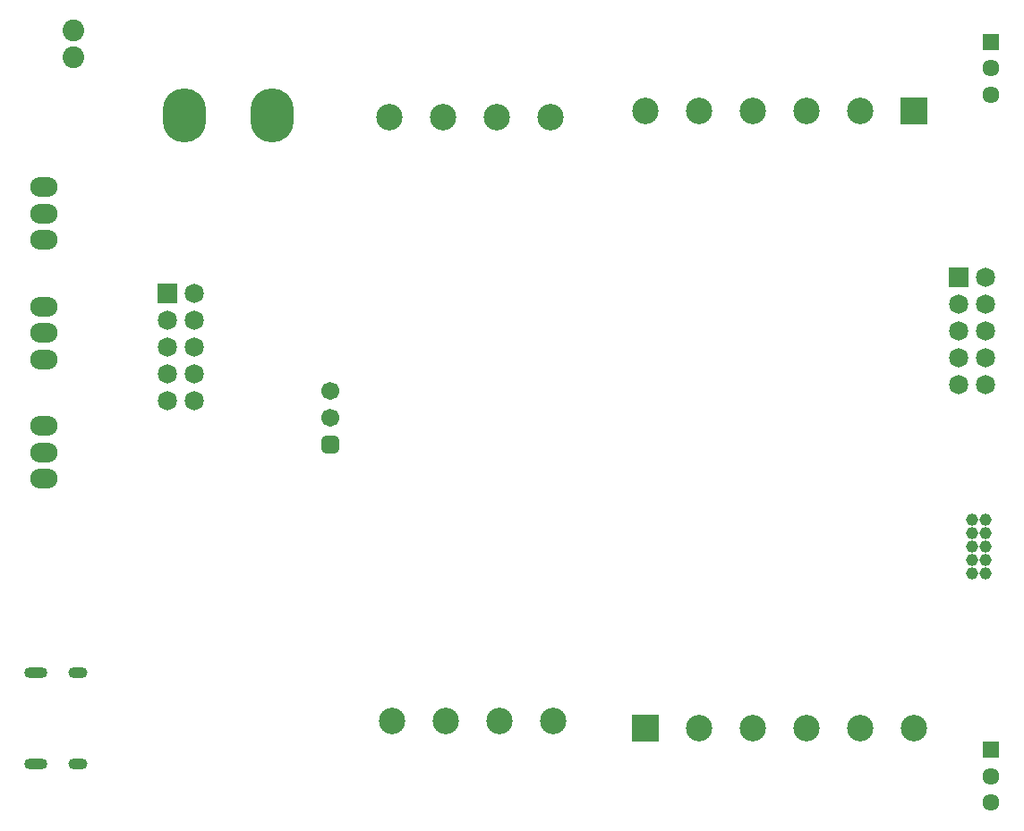
<source format=gbs>
G04*
G04 #@! TF.GenerationSoftware,Altium Limited,Altium Designer,25.6.2 (33)*
G04*
G04 Layer_Color=16711935*
%FSLAX25Y25*%
%MOIN*%
G70*
G04*
G04 #@! TF.SameCoordinates,CE49FCD3-F284-452D-968F-53FA369C6713*
G04*
G04*
G04 #@! TF.FilePolarity,Negative*
G04*
G01*
G75*
%ADD49C,0.09849*%
%ADD50C,0.07191*%
%ADD51R,0.07191X0.07191*%
%ADD52R,0.06337X0.06337*%
%ADD53C,0.06337*%
%ADD54R,0.09849X0.09849*%
%ADD55O,0.16148X0.20085*%
%ADD56C,0.08077*%
%ADD57O,0.10243X0.07290*%
G04:AMPARAMS|DCode=58|XSize=66.99mil|YSize=66.99mil|CornerRadius=17.75mil|HoleSize=0mil|Usage=FLASHONLY|Rotation=90.000|XOffset=0mil|YOffset=0mil|HoleType=Round|Shape=RoundedRectangle|*
%AMROUNDEDRECTD58*
21,1,0.06699,0.03150,0,0,90.0*
21,1,0.03150,0.06699,0,0,90.0*
1,1,0.03550,0.01575,0.01575*
1,1,0.03550,0.01575,-0.01575*
1,1,0.03550,-0.01575,-0.01575*
1,1,0.03550,-0.01575,0.01575*
%
%ADD58ROUNDEDRECTD58*%
%ADD59C,0.06699*%
%ADD60C,0.04613*%
G04:AMPARAMS|DCode=61|XSize=39.37mil|YSize=70.87mil|CornerRadius=19.68mil|HoleSize=0mil|Usage=FLASHONLY|Rotation=270.000|XOffset=0mil|YOffset=0mil|HoleType=Round|Shape=RoundedRectangle|*
%AMROUNDEDRECTD61*
21,1,0.03937,0.03150,0,0,270.0*
21,1,0.00000,0.07087,0,0,270.0*
1,1,0.03937,-0.01575,0.00000*
1,1,0.03937,-0.01575,0.00000*
1,1,0.03937,0.01575,0.00000*
1,1,0.03937,0.01575,0.00000*
%
%ADD61ROUNDEDRECTD61*%
G04:AMPARAMS|DCode=62|XSize=39.37mil|YSize=86.61mil|CornerRadius=19.68mil|HoleSize=0mil|Usage=FLASHONLY|Rotation=270.000|XOffset=0mil|YOffset=0mil|HoleType=Round|Shape=RoundedRectangle|*
%AMROUNDEDRECTD62*
21,1,0.03937,0.04724,0,0,270.0*
21,1,0.00000,0.08661,0,0,270.0*
1,1,0.03937,-0.02362,0.00000*
1,1,0.03937,-0.02362,0.00000*
1,1,0.03937,0.02362,0.00000*
1,1,0.03937,0.02362,0.00000*
%
%ADD62ROUNDEDRECTD62*%
D49*
X203500Y269500D02*
D03*
X183500D02*
D03*
X163500D02*
D03*
X143500D02*
D03*
X319000Y272051D02*
D03*
X299000D02*
D03*
X279000D02*
D03*
X259000D02*
D03*
X239000D02*
D03*
X259000Y42000D02*
D03*
X279000D02*
D03*
X299000D02*
D03*
X319000D02*
D03*
X339000D02*
D03*
X144500Y44500D02*
D03*
X164500D02*
D03*
X184500D02*
D03*
X204500D02*
D03*
D50*
X365500Y170000D02*
D03*
X355500D02*
D03*
X365500Y180000D02*
D03*
X355500D02*
D03*
X365500Y190000D02*
D03*
X355500D02*
D03*
X365500Y200000D02*
D03*
X355500D02*
D03*
X365500Y210000D02*
D03*
X71000Y164000D02*
D03*
X61000D02*
D03*
X71000Y174000D02*
D03*
X61000D02*
D03*
X71000Y184000D02*
D03*
X61000D02*
D03*
X71000Y194000D02*
D03*
X61000D02*
D03*
X71000Y204000D02*
D03*
D51*
X355500Y210000D02*
D03*
X61000Y204000D02*
D03*
D52*
X367500Y297685D02*
D03*
X367567Y33843D02*
D03*
D53*
X367500Y287842D02*
D03*
Y278000D02*
D03*
X367567Y24000D02*
D03*
Y14157D02*
D03*
D54*
X339000Y272051D02*
D03*
X239000Y42000D02*
D03*
D55*
X67250Y270342D02*
D03*
X99750D02*
D03*
D56*
X26000Y302000D02*
D03*
Y292000D02*
D03*
D57*
X15000Y199000D02*
D03*
Y179315D02*
D03*
Y189157D02*
D03*
Y154500D02*
D03*
Y134815D02*
D03*
Y144658D02*
D03*
Y243500D02*
D03*
Y223815D02*
D03*
Y233658D02*
D03*
D58*
X121500Y147500D02*
D03*
D59*
Y157500D02*
D03*
Y167500D02*
D03*
D60*
X365500Y99500D02*
D03*
X360500Y119500D02*
D03*
X365500D02*
D03*
X360500Y114500D02*
D03*
X365500D02*
D03*
X360500Y109500D02*
D03*
X365500D02*
D03*
X360500Y104500D02*
D03*
X365500D02*
D03*
X360500Y99500D02*
D03*
D61*
X27720Y28492D02*
D03*
Y62508D02*
D03*
D62*
X11972Y28492D02*
D03*
Y62508D02*
D03*
M02*

</source>
